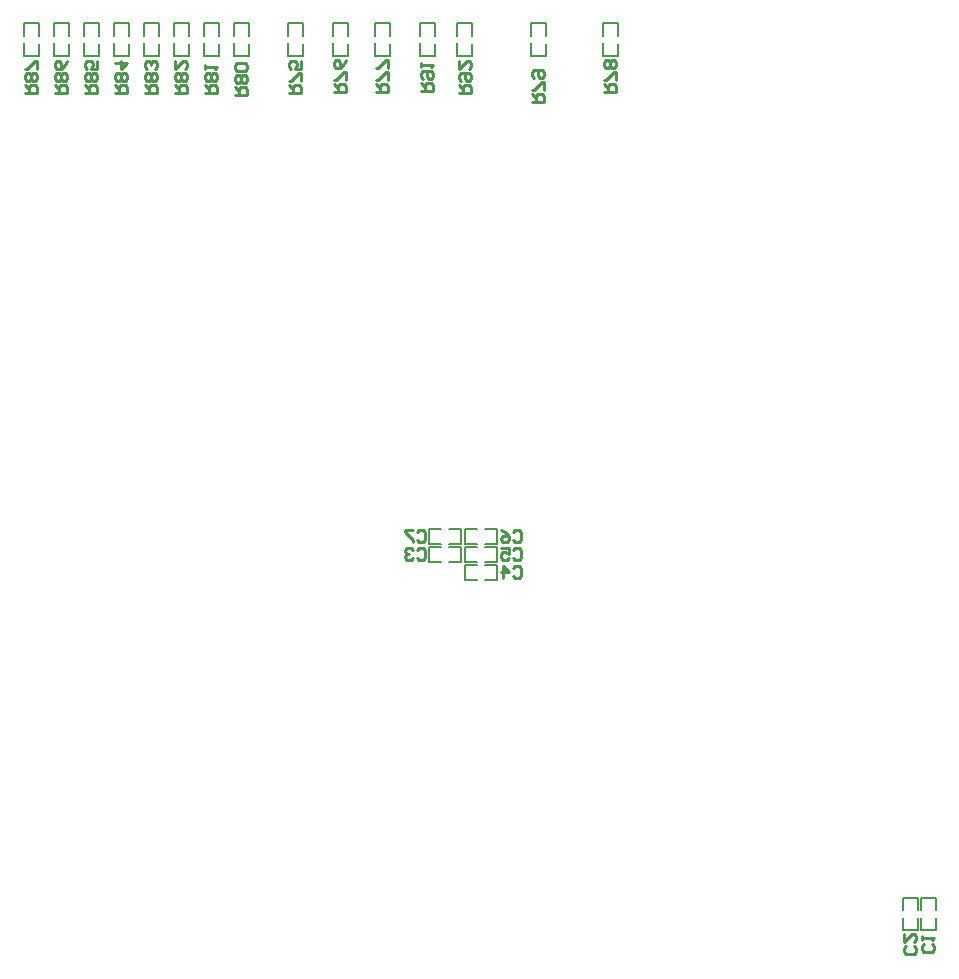
<source format=gbo>
G04*
G04 #@! TF.GenerationSoftware,Altium Limited,Altium Designer,22.3.1 (43)*
G04*
G04 Layer_Color=32896*
%FSLAX25Y25*%
%MOIN*%
G70*
G04*
G04 #@! TF.SameCoordinates,C488EDB3-D5C6-4A86-98F8-C412E4F75817*
G04*
G04*
G04 #@! TF.FilePolarity,Positive*
G04*
G01*
G75*
%ADD11C,0.01000*%
%ADD12C,0.00500*%
D11*
X218501Y319668D02*
X222499D01*
Y321668D01*
X221833Y322334D01*
X220500D01*
X219833Y321668D01*
Y319668D01*
Y321001D02*
X218501Y322334D01*
X219167Y323667D02*
X218501Y324334D01*
Y325666D01*
X219167Y326333D01*
X221833D01*
X222499Y325666D01*
Y324334D01*
X221833Y323667D01*
X221166D01*
X220500Y324334D01*
Y326333D01*
X218501Y330332D02*
Y327666D01*
X221166Y330332D01*
X221833D01*
X222499Y329665D01*
Y328332D01*
X221833Y327666D01*
X206001Y320335D02*
X209999D01*
Y322334D01*
X209333Y323001D01*
X208000D01*
X207334Y322334D01*
Y320335D01*
Y321668D02*
X206001Y323001D01*
X206667Y324334D02*
X206001Y325000D01*
Y326333D01*
X206667Y326999D01*
X209333D01*
X209999Y326333D01*
Y325000D01*
X209333Y324334D01*
X208666D01*
X208000Y325000D01*
Y326999D01*
X206001Y328332D02*
Y329665D01*
Y328999D01*
X209999D01*
X209333Y328332D01*
X74001Y319668D02*
X77999D01*
Y321668D01*
X77333Y322334D01*
X76000D01*
X75334Y321668D01*
Y319668D01*
Y321001D02*
X74001Y322334D01*
X77333Y323667D02*
X77999Y324334D01*
Y325666D01*
X77333Y326333D01*
X76666D01*
X76000Y325666D01*
X75334Y326333D01*
X74667D01*
X74001Y325666D01*
Y324334D01*
X74667Y323667D01*
X75334D01*
X76000Y324334D01*
X76666Y323667D01*
X77333D01*
X76000Y324334D02*
Y325666D01*
X77999Y327666D02*
Y330332D01*
X77333D01*
X74667Y327666D01*
X74001D01*
X84001Y319668D02*
X87999D01*
Y321668D01*
X87333Y322334D01*
X86000D01*
X85334Y321668D01*
Y319668D01*
Y321001D02*
X84001Y322334D01*
X87333Y323667D02*
X87999Y324334D01*
Y325666D01*
X87333Y326333D01*
X86666D01*
X86000Y325666D01*
X85334Y326333D01*
X84667D01*
X84001Y325666D01*
Y324334D01*
X84667Y323667D01*
X85334D01*
X86000Y324334D01*
X86666Y323667D01*
X87333D01*
X86000Y324334D02*
Y325666D01*
X87999Y330332D02*
X87333Y328999D01*
X86000Y327666D01*
X84667D01*
X84001Y328332D01*
Y329665D01*
X84667Y330332D01*
X85334D01*
X86000Y329665D01*
Y327666D01*
X94001Y319668D02*
X97999D01*
Y321668D01*
X97333Y322334D01*
X96000D01*
X95333Y321668D01*
Y319668D01*
Y321001D02*
X94001Y322334D01*
X97333Y323667D02*
X97999Y324334D01*
Y325666D01*
X97333Y326333D01*
X96666D01*
X96000Y325666D01*
X95333Y326333D01*
X94667D01*
X94001Y325666D01*
Y324334D01*
X94667Y323667D01*
X95333D01*
X96000Y324334D01*
X96666Y323667D01*
X97333D01*
X96000Y324334D02*
Y325666D01*
X97999Y330332D02*
Y327666D01*
X96000D01*
X96666Y328999D01*
Y329665D01*
X96000Y330332D01*
X94667D01*
X94001Y329665D01*
Y328332D01*
X94667Y327666D01*
X104001Y319668D02*
X107999D01*
Y321668D01*
X107333Y322334D01*
X106000D01*
X105333Y321668D01*
Y319668D01*
Y321001D02*
X104001Y322334D01*
X107333Y323667D02*
X107999Y324334D01*
Y325666D01*
X107333Y326333D01*
X106666D01*
X106000Y325666D01*
X105333Y326333D01*
X104667D01*
X104001Y325666D01*
Y324334D01*
X104667Y323667D01*
X105333D01*
X106000Y324334D01*
X106666Y323667D01*
X107333D01*
X106000Y324334D02*
Y325666D01*
X104001Y329665D02*
X107999D01*
X106000Y327666D01*
Y330332D01*
X114001Y319668D02*
X117999D01*
Y321668D01*
X117333Y322334D01*
X116000D01*
X115333Y321668D01*
Y319668D01*
Y321001D02*
X114001Y322334D01*
X117333Y323667D02*
X117999Y324334D01*
Y325666D01*
X117333Y326333D01*
X116666D01*
X116000Y325666D01*
X115333Y326333D01*
X114667D01*
X114001Y325666D01*
Y324334D01*
X114667Y323667D01*
X115333D01*
X116000Y324334D01*
X116666Y323667D01*
X117333D01*
X116000Y324334D02*
Y325666D01*
X117333Y327666D02*
X117999Y328332D01*
Y329665D01*
X117333Y330332D01*
X116666D01*
X116000Y329665D01*
Y328999D01*
Y329665D01*
X115333Y330332D01*
X114667D01*
X114001Y329665D01*
Y328332D01*
X114667Y327666D01*
X124001Y319668D02*
X127999D01*
Y321668D01*
X127333Y322334D01*
X126000D01*
X125333Y321668D01*
Y319668D01*
Y321001D02*
X124001Y322334D01*
X127333Y323667D02*
X127999Y324334D01*
Y325666D01*
X127333Y326333D01*
X126666D01*
X126000Y325666D01*
X125333Y326333D01*
X124667D01*
X124001Y325666D01*
Y324334D01*
X124667Y323667D01*
X125333D01*
X126000Y324334D01*
X126666Y323667D01*
X127333D01*
X126000Y324334D02*
Y325666D01*
X124001Y330332D02*
Y327666D01*
X126666Y330332D01*
X127333D01*
X127999Y329665D01*
Y328332D01*
X127333Y327666D01*
X134001Y319835D02*
X137999D01*
Y321834D01*
X137333Y322501D01*
X136000D01*
X135334Y321834D01*
Y319835D01*
Y321168D02*
X134001Y322501D01*
X137333Y323833D02*
X137999Y324500D01*
Y325833D01*
X137333Y326499D01*
X136666D01*
X136000Y325833D01*
X135334Y326499D01*
X134667D01*
X134001Y325833D01*
Y324500D01*
X134667Y323833D01*
X135334D01*
X136000Y324500D01*
X136666Y323833D01*
X137333D01*
X136000Y324500D02*
Y325833D01*
X134001Y327832D02*
Y329165D01*
Y328499D01*
X137999D01*
X137333Y327832D01*
X144001Y319168D02*
X147999D01*
Y321168D01*
X147333Y321834D01*
X146000D01*
X145334Y321168D01*
Y319168D01*
Y320501D02*
X144001Y321834D01*
X147333Y323167D02*
X147999Y323833D01*
Y325166D01*
X147333Y325833D01*
X146666D01*
X146000Y325166D01*
X145334Y325833D01*
X144667D01*
X144001Y325166D01*
Y323833D01*
X144667Y323167D01*
X145334D01*
X146000Y323833D01*
X146666Y323167D01*
X147333D01*
X146000Y323833D02*
Y325166D01*
X147333Y327166D02*
X147999Y327832D01*
Y329165D01*
X147333Y329832D01*
X144667D01*
X144001Y329165D01*
Y327832D01*
X144667Y327166D01*
X147333D01*
X243001Y316668D02*
X246999D01*
Y318668D01*
X246333Y319334D01*
X245000D01*
X244334Y318668D01*
Y316668D01*
Y318001D02*
X243001Y319334D01*
X246999Y320667D02*
Y323333D01*
X246333D01*
X243667Y320667D01*
X243001D01*
X243667Y324666D02*
X243001Y325332D01*
Y326665D01*
X243667Y327332D01*
X246333D01*
X246999Y326665D01*
Y325332D01*
X246333Y324666D01*
X245666D01*
X245000Y325332D01*
Y327332D01*
X267001Y320168D02*
X270999D01*
Y322168D01*
X270333Y322834D01*
X269000D01*
X268334Y322168D01*
Y320168D01*
Y321501D02*
X267001Y322834D01*
X270999Y324167D02*
Y326833D01*
X270333D01*
X267667Y324167D01*
X267001D01*
X270333Y328166D02*
X270999Y328832D01*
Y330165D01*
X270333Y330832D01*
X269666D01*
X269000Y330165D01*
X268334Y330832D01*
X267667D01*
X267001Y330165D01*
Y328832D01*
X267667Y328166D01*
X268334D01*
X269000Y328832D01*
X269666Y328166D01*
X270333D01*
X269000Y328832D02*
Y330165D01*
X191001Y320168D02*
X194999D01*
Y322168D01*
X194333Y322834D01*
X193000D01*
X192333Y322168D01*
Y320168D01*
Y321501D02*
X191001Y322834D01*
X194999Y324167D02*
Y326833D01*
X194333D01*
X191667Y324167D01*
X191001D01*
X194999Y328166D02*
Y330832D01*
X194333D01*
X191667Y328166D01*
X191001D01*
X177001Y320168D02*
X180999D01*
Y322168D01*
X180333Y322834D01*
X179000D01*
X178333Y322168D01*
Y320168D01*
Y321501D02*
X177001Y322834D01*
X180999Y324167D02*
Y326833D01*
X180333D01*
X177667Y324167D01*
X177001D01*
X180999Y330832D02*
X180333Y329499D01*
X179000Y328166D01*
X177667D01*
X177001Y328832D01*
Y330165D01*
X177667Y330832D01*
X178333D01*
X179000Y330165D01*
Y328166D01*
X162001Y319668D02*
X165999D01*
Y321668D01*
X165333Y322334D01*
X164000D01*
X163333Y321668D01*
Y319668D01*
Y321001D02*
X162001Y322334D01*
X165999Y323667D02*
Y326333D01*
X165333D01*
X162667Y323667D01*
X162001D01*
X165999Y330332D02*
Y327666D01*
X164000D01*
X164666Y328999D01*
Y329665D01*
X164000Y330332D01*
X162667D01*
X162001Y329665D01*
Y328332D01*
X162667Y327666D01*
X204666Y173333D02*
X205333Y173999D01*
X206666D01*
X207332Y173333D01*
Y170667D01*
X206666Y170001D01*
X205333D01*
X204666Y170667D01*
X203334Y173999D02*
X200668D01*
Y173333D01*
X203334Y170667D01*
Y170001D01*
X236666Y173333D02*
X237333Y173999D01*
X238666D01*
X239332Y173333D01*
Y170667D01*
X238666Y170001D01*
X237333D01*
X236666Y170667D01*
X232668Y173999D02*
X234001Y173333D01*
X235333Y172000D01*
Y170667D01*
X234667Y170001D01*
X233334D01*
X232668Y170667D01*
Y171334D01*
X233334Y172000D01*
X235333D01*
X236666Y167333D02*
X237333Y167999D01*
X238666D01*
X239332Y167333D01*
Y164667D01*
X238666Y164001D01*
X237333D01*
X236666Y164667D01*
X232668Y167999D02*
X235333D01*
Y166000D01*
X234001Y166666D01*
X233334D01*
X232668Y166000D01*
Y164667D01*
X233334Y164001D01*
X234667D01*
X235333Y164667D01*
X236666Y161333D02*
X237333Y161999D01*
X238666D01*
X239332Y161333D01*
Y158667D01*
X238666Y158001D01*
X237333D01*
X236666Y158667D01*
X233334Y158001D02*
Y161999D01*
X235333Y160000D01*
X232668D01*
X204666Y167333D02*
X205333Y167999D01*
X206666D01*
X207332Y167333D01*
Y164667D01*
X206666Y164001D01*
X205333D01*
X204666Y164667D01*
X203334Y167333D02*
X202667Y167999D01*
X201334D01*
X200668Y167333D01*
Y166666D01*
X201334Y166000D01*
X202001D01*
X201334D01*
X200668Y165333D01*
Y164667D01*
X201334Y164001D01*
X202667D01*
X203334Y164667D01*
X370333Y35334D02*
X370999Y34667D01*
Y33334D01*
X370333Y32668D01*
X367667D01*
X367001Y33334D01*
Y34667D01*
X367667Y35334D01*
X367001Y39332D02*
Y36667D01*
X369666Y39332D01*
X370333D01*
X370999Y38666D01*
Y37333D01*
X370333Y36667D01*
X376333Y36000D02*
X376999Y35334D01*
Y34001D01*
X376333Y33334D01*
X373667D01*
X373001Y34001D01*
Y35334D01*
X373667Y36000D01*
X373001Y37333D02*
Y38666D01*
Y37999D01*
X376999D01*
X376333Y37333D01*
D12*
X377500Y47300D02*
Y51400D01*
X372500D02*
X377500D01*
X372500Y47300D02*
Y51400D01*
Y40600D02*
Y44800D01*
Y40600D02*
X377500D01*
Y44700D01*
X371500Y47300D02*
Y51400D01*
X366500D02*
X371500D01*
X366500Y47300D02*
Y51400D01*
Y40600D02*
Y44800D01*
Y40600D02*
X371500D01*
Y44700D01*
X208600Y174500D02*
X212700D01*
X208600Y169500D02*
Y174500D01*
Y169500D02*
X212700D01*
X215200D02*
X219400D01*
Y174500D01*
X215300D02*
X219400D01*
X227300Y169500D02*
X231400D01*
Y174500D01*
X227300D02*
X231400D01*
X220600D02*
X224800D01*
X220600Y169500D02*
Y174500D01*
Y169500D02*
X224700D01*
X208600Y168500D02*
X212700D01*
X208600Y163500D02*
Y168500D01*
Y163500D02*
X212700D01*
X215200D02*
X219400D01*
Y168500D01*
X215300D02*
X219400D01*
X227300Y163500D02*
X231400D01*
Y168500D01*
X227300D02*
X231400D01*
X220600D02*
X224800D01*
X220600Y163500D02*
Y168500D01*
Y163500D02*
X224700D01*
X227300Y157500D02*
X231400D01*
Y162500D01*
X227300D02*
X231400D01*
X220600D02*
X224800D01*
X220600Y157500D02*
Y162500D01*
Y157500D02*
X224700D01*
X247500Y338800D02*
Y342900D01*
X242500D02*
X247500D01*
X242500Y338800D02*
Y342900D01*
Y332100D02*
Y336300D01*
Y332100D02*
X247500D01*
Y336200D01*
X271500Y338800D02*
Y342900D01*
X266500D02*
X271500D01*
X266500Y338800D02*
Y342900D01*
Y332100D02*
Y336300D01*
Y332100D02*
X271500D01*
Y336200D01*
X223000Y338800D02*
Y342900D01*
X218000D02*
X223000D01*
X218000Y338800D02*
Y342900D01*
Y332100D02*
Y336300D01*
Y332100D02*
X223000D01*
Y336200D01*
X210500Y338800D02*
Y342900D01*
X205500D02*
X210500D01*
X205500Y338800D02*
Y342900D01*
Y332100D02*
Y336300D01*
Y332100D02*
X210500D01*
Y336200D01*
X195500Y338800D02*
Y342900D01*
X190500D02*
X195500D01*
X190500Y338800D02*
Y342900D01*
Y332100D02*
Y336300D01*
Y332100D02*
X195500D01*
Y336200D01*
X166500Y338800D02*
Y342900D01*
X161500D02*
X166500D01*
X161500Y338800D02*
Y342900D01*
Y332100D02*
Y336300D01*
Y332100D02*
X166500D01*
Y336200D01*
X181500Y338800D02*
Y342900D01*
X176500D02*
X181500D01*
X176500Y338800D02*
Y342900D01*
Y332100D02*
Y336300D01*
Y332100D02*
X181500D01*
Y336200D01*
X88500Y338800D02*
Y342900D01*
X83500D02*
X88500D01*
X83500Y338800D02*
Y342900D01*
Y332100D02*
Y336300D01*
Y332100D02*
X88500D01*
Y336200D01*
X98500Y338800D02*
Y342900D01*
X93500D02*
X98500D01*
X93500Y338800D02*
Y342900D01*
Y332100D02*
Y336300D01*
Y332100D02*
X98500D01*
Y336200D01*
X78500Y338800D02*
Y342900D01*
X73500D02*
X78500D01*
X73500Y338800D02*
Y342900D01*
Y332100D02*
Y336300D01*
Y332100D02*
X78500D01*
Y336200D01*
X128500Y338800D02*
Y342900D01*
X123500D02*
X128500D01*
X123500Y338800D02*
Y342900D01*
Y332100D02*
Y336300D01*
Y332100D02*
X128500D01*
Y336200D01*
X108500Y338800D02*
Y342900D01*
X103500D02*
X108500D01*
X103500Y338800D02*
Y342900D01*
Y332100D02*
Y336300D01*
Y332100D02*
X108500D01*
Y336200D01*
X118500Y338800D02*
Y342900D01*
X113500D02*
X118500D01*
X113500Y338800D02*
Y342900D01*
Y332100D02*
Y336300D01*
Y332100D02*
X118500D01*
Y336200D01*
X138500Y338800D02*
Y342900D01*
X133500D02*
X138500D01*
X133500Y338800D02*
Y342900D01*
Y332100D02*
Y336300D01*
Y332100D02*
X138500D01*
Y336200D01*
X148500Y338800D02*
Y342900D01*
X143500D02*
X148500D01*
X143500Y338800D02*
Y342900D01*
Y332100D02*
Y336300D01*
Y332100D02*
X148500D01*
Y336200D01*
M02*

</source>
